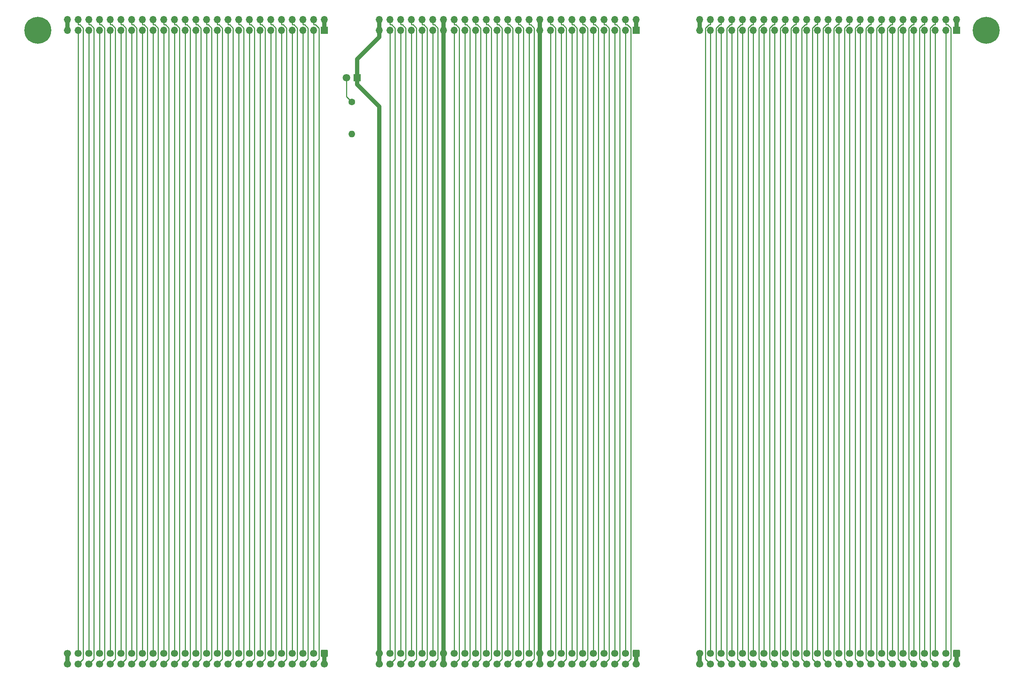
<source format=gbr>
%TF.GenerationSoftware,KiCad,Pcbnew,(6.0.11)*%
%TF.CreationDate,2023-12-23T11:48:24-05:00*%
%TF.ProjectId,input-output.BusExtender,696e7075-742d-46f7-9574-7075742e4275,rev?*%
%TF.SameCoordinates,Original*%
%TF.FileFunction,Copper,L2,Bot*%
%TF.FilePolarity,Positive*%
%FSLAX46Y46*%
G04 Gerber Fmt 4.6, Leading zero omitted, Abs format (unit mm)*
G04 Created by KiCad (PCBNEW (6.0.11)) date 2023-12-23 11:48:24*
%MOMM*%
%LPD*%
G01*
G04 APERTURE LIST*
G04 Aperture macros list*
%AMRoundRect*
0 Rectangle with rounded corners*
0 $1 Rounding radius*
0 $2 $3 $4 $5 $6 $7 $8 $9 X,Y pos of 4 corners*
0 Add a 4 corners polygon primitive as box body*
4,1,4,$2,$3,$4,$5,$6,$7,$8,$9,$2,$3,0*
0 Add four circle primitives for the rounded corners*
1,1,$1+$1,$2,$3*
1,1,$1+$1,$4,$5*
1,1,$1+$1,$6,$7*
1,1,$1+$1,$8,$9*
0 Add four rect primitives between the rounded corners*
20,1,$1+$1,$2,$3,$4,$5,0*
20,1,$1+$1,$4,$5,$6,$7,0*
20,1,$1+$1,$6,$7,$8,$9,0*
20,1,$1+$1,$8,$9,$2,$3,0*%
G04 Aperture macros list end*
%TA.AperFunction,ComponentPad*%
%ADD10C,6.400000*%
%TD*%
%TA.AperFunction,ComponentPad*%
%ADD11RoundRect,0.250000X-0.600000X0.600000X-0.600000X-0.600000X0.600000X-0.600000X0.600000X0.600000X0*%
%TD*%
%TA.AperFunction,ComponentPad*%
%ADD12C,1.700000*%
%TD*%
%TA.AperFunction,ComponentPad*%
%ADD13C,1.800000*%
%TD*%
%TA.AperFunction,ComponentPad*%
%ADD14R,1.800000X1.800000*%
%TD*%
%TA.AperFunction,ComponentPad*%
%ADD15O,1.700000X1.700000*%
%TD*%
%TA.AperFunction,ComponentPad*%
%ADD16R,1.700000X1.700000*%
%TD*%
%TA.AperFunction,ComponentPad*%
%ADD17C,1.600000*%
%TD*%
%TA.AperFunction,ComponentPad*%
%ADD18O,1.600000X1.600000*%
%TD*%
%TA.AperFunction,Conductor*%
%ADD19C,0.250000*%
%TD*%
%TA.AperFunction,Conductor*%
%ADD20C,1.000000*%
%TD*%
G04 APERTURE END LIST*
D10*
%TO.P,H2,1,1*%
%TO.N,GND*%
X265000000Y-75000000D03*
%TD*%
%TO.P,H1,1,1*%
%TO.N,GND*%
X40000000Y-75000000D03*
%TD*%
D11*
%TO.P,P2,1,Pin_1*%
%TO.N,VCC*%
X182000000Y-223000000D03*
D12*
%TO.P,P2,2,Pin_2*%
X182000000Y-225540000D03*
%TO.P,P2,3,Pin_3*%
%TO.N,A15*%
X179460000Y-223000000D03*
%TO.P,P2,4,Pin_4*%
%TO.N,/bus/A31*%
X179460000Y-225540000D03*
%TO.P,P2,5,Pin_5*%
%TO.N,A14*%
X176920000Y-223000000D03*
%TO.P,P2,6,Pin_6*%
%TO.N,/bus/A30*%
X176920000Y-225540000D03*
%TO.P,P2,7,Pin_7*%
%TO.N,A13*%
X174380000Y-223000000D03*
%TO.P,P2,8,Pin_8*%
%TO.N,/bus/A29*%
X174380000Y-225540000D03*
%TO.P,P2,9,Pin_9*%
%TO.N,A12*%
X171840000Y-223000000D03*
%TO.P,P2,10,Pin_10*%
%TO.N,/bus/A28*%
X171840000Y-225540000D03*
%TO.P,P2,11,Pin_11*%
%TO.N,A11*%
X169300000Y-223000000D03*
%TO.P,P2,12,Pin_12*%
%TO.N,/bus/A27*%
X169300000Y-225540000D03*
%TO.P,P2,13,Pin_13*%
%TO.N,A10*%
X166760000Y-223000000D03*
%TO.P,P2,14,Pin_14*%
%TO.N,/bus/A26*%
X166760000Y-225540000D03*
%TO.P,P2,15,Pin_15*%
%TO.N,A9*%
X164220000Y-223000000D03*
%TO.P,P2,16,Pin_16*%
%TO.N,/bus/A25*%
X164220000Y-225540000D03*
%TO.P,P2,17,Pin_17*%
%TO.N,A8*%
X161680000Y-223000000D03*
%TO.P,P2,18,Pin_18*%
%TO.N,/bus/A24*%
X161680000Y-225540000D03*
%TO.P,P2,19,Pin_19*%
%TO.N,+12V*%
X159140000Y-223000000D03*
%TO.P,P2,20,Pin_20*%
X159140000Y-225540000D03*
%TO.P,P2,21,Pin_21*%
%TO.N,A7*%
X156600000Y-223000000D03*
%TO.P,P2,22,Pin_22*%
%TO.N,/bus/A23*%
X156600000Y-225540000D03*
%TO.P,P2,23,Pin_23*%
%TO.N,A6*%
X154060000Y-223000000D03*
%TO.P,P2,24,Pin_24*%
%TO.N,/bus/A22*%
X154060000Y-225540000D03*
%TO.P,P2,25,Pin_25*%
%TO.N,A5*%
X151520000Y-223000000D03*
%TO.P,P2,26,Pin_26*%
%TO.N,/bus/A21*%
X151520000Y-225540000D03*
%TO.P,P2,27,Pin_27*%
%TO.N,A4*%
X148980000Y-223000000D03*
%TO.P,P2,28,Pin_28*%
%TO.N,/bus/A20*%
X148980000Y-225540000D03*
%TO.P,P2,29,Pin_29*%
%TO.N,A3*%
X146440000Y-223000000D03*
%TO.P,P2,30,Pin_30*%
%TO.N,/bus/A19*%
X146440000Y-225540000D03*
%TO.P,P2,31,Pin_31*%
%TO.N,A2*%
X143900000Y-223000000D03*
%TO.P,P2,32,Pin_32*%
%TO.N,/bus/A18*%
X143900000Y-225540000D03*
%TO.P,P2,33,Pin_33*%
%TO.N,A1*%
X141360000Y-223000000D03*
%TO.P,P2,34,Pin_34*%
%TO.N,/bus/A17*%
X141360000Y-225540000D03*
%TO.P,P2,35,Pin_35*%
%TO.N,A0*%
X138820000Y-223000000D03*
%TO.P,P2,36,Pin_36*%
%TO.N,/bus/A16*%
X138820000Y-225540000D03*
%TO.P,P2,37,Pin_37*%
%TO.N,-12V*%
X136280000Y-223000000D03*
%TO.P,P2,38,Pin_38*%
X136280000Y-225540000D03*
%TO.P,P2,39,Pin_39*%
%TO.N,/bus/IC3*%
X133740000Y-223000000D03*
%TO.P,P2,40,Pin_40*%
%TO.N,/bus/~{TEND1}*%
X133740000Y-225540000D03*
%TO.P,P2,41,Pin_41*%
%TO.N,/bus/IC2*%
X131200000Y-223000000D03*
%TO.P,P2,42,Pin_42*%
%TO.N,/bus/~{DREQ1}*%
X131200000Y-225540000D03*
%TO.P,P2,43,Pin_43*%
%TO.N,/bus/IC1*%
X128660000Y-223000000D03*
%TO.P,P2,44,Pin_44*%
%TO.N,/bus/~{TEND0}*%
X128660000Y-225540000D03*
%TO.P,P2,45,Pin_45*%
%TO.N,/bus/IC0*%
X126120000Y-223000000D03*
%TO.P,P2,46,Pin_46*%
%TO.N,/bus/~{DREQ0}*%
X126120000Y-225540000D03*
%TO.P,P2,47,Pin_47*%
%TO.N,/bus/AUXCLK1*%
X123580000Y-223000000D03*
%TO.P,P2,48,Pin_48*%
%TO.N,/bus/AUXCLK0*%
X123580000Y-225540000D03*
%TO.P,P2,49,Pin_49*%
%TO.N,GND*%
X121040000Y-223000000D03*
%TO.P,P2,50,Pin_50*%
X121040000Y-225540000D03*
%TD*%
D11*
%TO.P,P3,1,Pin_1*%
%TO.N,VCC*%
X258000000Y-223000000D03*
D12*
%TO.P,P3,2,Pin_2*%
X258000000Y-225540000D03*
%TO.P,P3,3,Pin_3*%
%TO.N,/bus/D15*%
X255460000Y-223000000D03*
%TO.P,P3,4,Pin_4*%
%TO.N,/bus/D31*%
X255460000Y-225540000D03*
%TO.P,P3,5,Pin_5*%
%TO.N,/bus/D14*%
X252920000Y-223000000D03*
%TO.P,P3,6,Pin_6*%
%TO.N,/bus/D30*%
X252920000Y-225540000D03*
%TO.P,P3,7,Pin_7*%
%TO.N,/bus/D13*%
X250380000Y-223000000D03*
%TO.P,P3,8,Pin_8*%
%TO.N,/bus/D29*%
X250380000Y-225540000D03*
%TO.P,P3,9,Pin_9*%
%TO.N,/bus/D12*%
X247840000Y-223000000D03*
%TO.P,P3,10,Pin_10*%
%TO.N,/bus/D28*%
X247840000Y-225540000D03*
%TO.P,P3,11,Pin_11*%
%TO.N,/bus/D11*%
X245300000Y-223000000D03*
%TO.P,P3,12,Pin_12*%
%TO.N,/bus/D27*%
X245300000Y-225540000D03*
%TO.P,P3,13,Pin_13*%
%TO.N,/bus/D10*%
X242760000Y-223000000D03*
%TO.P,P3,14,Pin_14*%
%TO.N,/bus/D26*%
X242760000Y-225540000D03*
%TO.P,P3,15,Pin_15*%
%TO.N,/bus/D9*%
X240220000Y-223000000D03*
%TO.P,P3,16,Pin_16*%
%TO.N,/bus/D25*%
X240220000Y-225540000D03*
%TO.P,P3,17,Pin_17*%
%TO.N,/bus/D8*%
X237680000Y-223000000D03*
%TO.P,P3,18,Pin_18*%
%TO.N,/bus/D24*%
X237680000Y-225540000D03*
%TO.P,P3,19,Pin_19*%
%TO.N,D7*%
X235140000Y-223000000D03*
%TO.P,P3,20,Pin_20*%
%TO.N,/bus/D23*%
X235140000Y-225540000D03*
%TO.P,P3,21,Pin_21*%
%TO.N,D6*%
X232600000Y-223000000D03*
%TO.P,P3,22,Pin_22*%
%TO.N,/bus/D22*%
X232600000Y-225540000D03*
%TO.P,P3,23,Pin_23*%
%TO.N,D5*%
X230060000Y-223000000D03*
%TO.P,P3,24,Pin_24*%
%TO.N,/bus/D21*%
X230060000Y-225540000D03*
%TO.P,P3,25,Pin_25*%
%TO.N,D4*%
X227520000Y-223000000D03*
%TO.P,P3,26,Pin_26*%
%TO.N,/bus/D20*%
X227520000Y-225540000D03*
%TO.P,P3,27,Pin_27*%
%TO.N,D3*%
X224980000Y-223000000D03*
%TO.P,P3,28,Pin_28*%
%TO.N,/bus/D19*%
X224980000Y-225540000D03*
%TO.P,P3,29,Pin_29*%
%TO.N,D2*%
X222440000Y-223000000D03*
%TO.P,P3,30,Pin_30*%
%TO.N,/bus/D18*%
X222440000Y-225540000D03*
%TO.P,P3,31,Pin_31*%
%TO.N,D1*%
X219900000Y-223000000D03*
%TO.P,P3,32,Pin_32*%
%TO.N,/bus/D17*%
X219900000Y-225540000D03*
%TO.P,P3,33,Pin_33*%
%TO.N,D0*%
X217360000Y-223000000D03*
%TO.P,P3,34,Pin_34*%
%TO.N,/bus/D16*%
X217360000Y-225540000D03*
%TO.P,P3,35,Pin_35*%
%TO.N,/bus/~{BUSERR}*%
X214820000Y-223000000D03*
%TO.P,P3,36,Pin_36*%
%TO.N,/bus/UDS*%
X214820000Y-225540000D03*
%TO.P,P3,37,Pin_37*%
%TO.N,/bus/~{VPA}*%
X212280000Y-223000000D03*
%TO.P,P3,38,Pin_38*%
%TO.N,/bus/LDS*%
X212280000Y-225540000D03*
%TO.P,P3,39,Pin_39*%
%TO.N,/bus/~{VMA}*%
X209740000Y-223000000D03*
%TO.P,P3,40,Pin_40*%
%TO.N,/bus/S2*%
X209740000Y-225540000D03*
%TO.P,P3,41,Pin_41*%
%TO.N,/bus/~{BHE}*%
X207200000Y-223000000D03*
%TO.P,P3,42,Pin_42*%
%TO.N,/bus/S1*%
X207200000Y-225540000D03*
%TO.P,P3,43,Pin_43*%
%TO.N,/bus/IPL2*%
X204660000Y-223000000D03*
%TO.P,P3,44,Pin_44*%
%TO.N,/bus/S0*%
X204660000Y-225540000D03*
%TO.P,P3,45,Pin_45*%
%TO.N,/bus/IPL1*%
X202120000Y-223000000D03*
%TO.P,P3,46,Pin_46*%
%TO.N,/bus/AUXCLK3*%
X202120000Y-225540000D03*
%TO.P,P3,47,Pin_47*%
%TO.N,/bus/IPL0*%
X199580000Y-223000000D03*
%TO.P,P3,48,Pin_48*%
%TO.N,/bus/AUXCLK2*%
X199580000Y-225540000D03*
%TO.P,P3,49,Pin_49*%
%TO.N,GND*%
X197040000Y-223000000D03*
%TO.P,P3,50,Pin_50*%
X197040000Y-225540000D03*
%TD*%
D11*
%TO.P,P1,1,Pin_1*%
%TO.N,VCC*%
X108000000Y-223000000D03*
D12*
%TO.P,P1,2,Pin_2*%
X108000000Y-225540000D03*
%TO.P,P1,3,Pin_3*%
%TO.N,~{RD}*%
X105460000Y-223000000D03*
%TO.P,P1,4,Pin_4*%
%TO.N,/bus/E*%
X105460000Y-225540000D03*
%TO.P,P1,5,Pin_5*%
%TO.N,~{WR}*%
X102920000Y-223000000D03*
%TO.P,P1,6,Pin_6*%
%TO.N,/bus/ST*%
X102920000Y-225540000D03*
%TO.P,P1,7,Pin_7*%
%TO.N,~{IORQ}*%
X100380000Y-223000000D03*
%TO.P,P1,8,Pin_8*%
%TO.N,/bus/PHI*%
X100380000Y-225540000D03*
%TO.P,P1,9,Pin_9*%
%TO.N,~{MREQ}*%
X97840000Y-223000000D03*
%TO.P,P1,10,Pin_10*%
%TO.N,/bus/~{INT2}*%
X97840000Y-225540000D03*
%TO.P,P1,11,Pin_11*%
%TO.N,~{M1}*%
X95300000Y-223000000D03*
%TO.P,P1,12,Pin_12*%
%TO.N,/bus/~{INT1}*%
X95300000Y-225540000D03*
%TO.P,P1,13,Pin_13*%
%TO.N,~{BUSACK}*%
X92760000Y-223000000D03*
%TO.P,P1,14,Pin_14*%
%TO.N,/bus/CRUCLK*%
X92760000Y-225540000D03*
%TO.P,P1,15,Pin_15*%
%TO.N,/bus/CLK*%
X90220000Y-223000000D03*
%TO.P,P1,16,Pin_16*%
%TO.N,/bus/CRUOUT*%
X90220000Y-225540000D03*
%TO.P,P1,17,Pin_17*%
%TO.N,~{INT0}*%
X87680000Y-223000000D03*
%TO.P,P1,18,Pin_18*%
%TO.N,/bus/CRUIN*%
X87680000Y-225540000D03*
%TO.P,P1,19,Pin_19*%
%TO.N,~{NMI}*%
X85140000Y-223000000D03*
%TO.P,P1,20,Pin_20*%
%TO.N,~{RES_IN}*%
X85140000Y-225540000D03*
%TO.P,P1,21,Pin_21*%
%TO.N,~{RES_OUT}*%
X82600000Y-223000000D03*
%TO.P,P1,22,Pin_22*%
%TO.N,/bus/USER8*%
X82600000Y-225540000D03*
%TO.P,P1,23,Pin_23*%
%TO.N,~{BUSRQ}*%
X80060000Y-223000000D03*
%TO.P,P1,24,Pin_24*%
%TO.N,/bus/USER7*%
X80060000Y-225540000D03*
%TO.P,P1,25,Pin_25*%
%TO.N,/bus/~{WAIT}*%
X77520000Y-223000000D03*
%TO.P,P1,26,Pin_26*%
%TO.N,/bus/USER6*%
X77520000Y-225540000D03*
%TO.P,P1,27,Pin_27*%
%TO.N,~{HALT}*%
X74980000Y-223000000D03*
%TO.P,P1,28,Pin_28*%
%TO.N,/bus/USER5*%
X74980000Y-225540000D03*
%TO.P,P1,29,Pin_29*%
%TO.N,~{RFSH}*%
X72440000Y-223000000D03*
%TO.P,P1,30,Pin_30*%
%TO.N,/bus/USER4*%
X72440000Y-225540000D03*
%TO.P,P1,31,Pin_31*%
%TO.N,/bus/~{EIRQ7}*%
X69900000Y-223000000D03*
%TO.P,P1,32,Pin_32*%
%TO.N,/bus/USER3*%
X69900000Y-225540000D03*
%TO.P,P1,33,Pin_33*%
%TO.N,/bus/~{EIRQ6}*%
X67360000Y-223000000D03*
%TO.P,P1,34,Pin_34*%
%TO.N,/bus/USER2*%
X67360000Y-225540000D03*
%TO.P,P1,35,Pin_35*%
%TO.N,/bus/~{EIRQ5}*%
X64820000Y-223000000D03*
%TO.P,P1,36,Pin_36*%
%TO.N,/bus/USER1*%
X64820000Y-225540000D03*
%TO.P,P1,37,Pin_37*%
%TO.N,/bus/~{EIRQ4}*%
X62280000Y-223000000D03*
%TO.P,P1,38,Pin_38*%
%TO.N,/bus/USER0*%
X62280000Y-225540000D03*
%TO.P,P1,39,Pin_39*%
%TO.N,/bus/~{EIRQ3}*%
X59740000Y-223000000D03*
%TO.P,P1,40,Pin_40*%
%TO.N,~{BAI}*%
X59740000Y-225540000D03*
%TO.P,P1,41,Pin_41*%
%TO.N,/bus/~{EIRQ2}*%
X57200000Y-223000000D03*
%TO.P,P1,42,Pin_42*%
%TO.N,~{BAO}*%
X57200000Y-225540000D03*
%TO.P,P1,43,Pin_43*%
%TO.N,/bus/~{EIRQ1}*%
X54660000Y-223000000D03*
%TO.P,P1,44,Pin_44*%
%TO.N,~{IEI}*%
X54660000Y-225540000D03*
%TO.P,P1,45,Pin_45*%
%TO.N,/bus/~{EIRQ0}*%
X52120000Y-223000000D03*
%TO.P,P1,46,Pin_46*%
%TO.N,~{IEO}*%
X52120000Y-225540000D03*
%TO.P,P1,47,Pin_47*%
%TO.N,I2C_SCL*%
X49580000Y-223000000D03*
%TO.P,P1,48,Pin_48*%
%TO.N,I2C_SDA*%
X49580000Y-225540000D03*
%TO.P,P1,49,Pin_49*%
%TO.N,GND*%
X47040000Y-223000000D03*
%TO.P,P1,50,Pin_50*%
X47040000Y-225540000D03*
%TD*%
D13*
%TO.P,D1,2,A*%
%TO.N,Net-(D1-Pad2)*%
X113210000Y-86250000D03*
D14*
%TO.P,D1,1,K*%
%TO.N,GND*%
X115750000Y-86250000D03*
%TD*%
D15*
%TO.P,P5,50,Pin_50*%
%TO.N,GND*%
X121040000Y-72460000D03*
%TO.P,P5,49,Pin_49*%
X121040000Y-75000000D03*
%TO.P,P5,48,Pin_48*%
%TO.N,/bus/AUXCLK0*%
X123580000Y-72460000D03*
%TO.P,P5,47,Pin_47*%
%TO.N,/bus/AUXCLK1*%
X123580000Y-75000000D03*
%TO.P,P5,46,Pin_46*%
%TO.N,/bus/~{DREQ0}*%
X126120000Y-72460000D03*
%TO.P,P5,45,Pin_45*%
%TO.N,/bus/IC0*%
X126120000Y-75000000D03*
%TO.P,P5,44,Pin_44*%
%TO.N,/bus/~{TEND0}*%
X128660000Y-72460000D03*
%TO.P,P5,43,Pin_43*%
%TO.N,/bus/IC1*%
X128660000Y-75000000D03*
%TO.P,P5,42,Pin_42*%
%TO.N,/bus/~{DREQ1}*%
X131200000Y-72460000D03*
%TO.P,P5,41,Pin_41*%
%TO.N,/bus/IC2*%
X131200000Y-75000000D03*
%TO.P,P5,40,Pin_40*%
%TO.N,/bus/~{TEND1}*%
X133740000Y-72460000D03*
%TO.P,P5,39,Pin_39*%
%TO.N,/bus/IC3*%
X133740000Y-75000000D03*
%TO.P,P5,38,Pin_38*%
%TO.N,-12V*%
X136280000Y-72460000D03*
%TO.P,P5,37,Pin_37*%
X136280000Y-75000000D03*
%TO.P,P5,36,Pin_36*%
%TO.N,/bus/A16*%
X138820000Y-72460000D03*
%TO.P,P5,35,Pin_35*%
%TO.N,A0*%
X138820000Y-75000000D03*
%TO.P,P5,34,Pin_34*%
%TO.N,/bus/A17*%
X141360000Y-72460000D03*
%TO.P,P5,33,Pin_33*%
%TO.N,A1*%
X141360000Y-75000000D03*
%TO.P,P5,32,Pin_32*%
%TO.N,/bus/A18*%
X143900000Y-72460000D03*
%TO.P,P5,31,Pin_31*%
%TO.N,A2*%
X143900000Y-75000000D03*
%TO.P,P5,30,Pin_30*%
%TO.N,/bus/A19*%
X146440000Y-72460000D03*
%TO.P,P5,29,Pin_29*%
%TO.N,A3*%
X146440000Y-75000000D03*
%TO.P,P5,28,Pin_28*%
%TO.N,/bus/A20*%
X148980000Y-72460000D03*
%TO.P,P5,27,Pin_27*%
%TO.N,A4*%
X148980000Y-75000000D03*
%TO.P,P5,26,Pin_26*%
%TO.N,/bus/A21*%
X151520000Y-72460000D03*
%TO.P,P5,25,Pin_25*%
%TO.N,A5*%
X151520000Y-75000000D03*
%TO.P,P5,24,Pin_24*%
%TO.N,/bus/A22*%
X154060000Y-72460000D03*
%TO.P,P5,23,Pin_23*%
%TO.N,A6*%
X154060000Y-75000000D03*
%TO.P,P5,22,Pin_22*%
%TO.N,/bus/A23*%
X156600000Y-72460000D03*
%TO.P,P5,21,Pin_21*%
%TO.N,A7*%
X156600000Y-75000000D03*
%TO.P,P5,20,Pin_20*%
%TO.N,+12V*%
X159140000Y-72460000D03*
%TO.P,P5,19,Pin_19*%
X159140000Y-75000000D03*
%TO.P,P5,18,Pin_18*%
%TO.N,/bus/A24*%
X161680000Y-72460000D03*
%TO.P,P5,17,Pin_17*%
%TO.N,A8*%
X161680000Y-75000000D03*
%TO.P,P5,16,Pin_16*%
%TO.N,/bus/A25*%
X164220000Y-72460000D03*
%TO.P,P5,15,Pin_15*%
%TO.N,A9*%
X164220000Y-75000000D03*
%TO.P,P5,14,Pin_14*%
%TO.N,/bus/A26*%
X166760000Y-72460000D03*
%TO.P,P5,13,Pin_13*%
%TO.N,A10*%
X166760000Y-75000000D03*
%TO.P,P5,12,Pin_12*%
%TO.N,/bus/A27*%
X169300000Y-72460000D03*
%TO.P,P5,11,Pin_11*%
%TO.N,A11*%
X169300000Y-75000000D03*
%TO.P,P5,10,Pin_10*%
%TO.N,/bus/A28*%
X171840000Y-72460000D03*
%TO.P,P5,9,Pin_9*%
%TO.N,A12*%
X171840000Y-75000000D03*
%TO.P,P5,8,Pin_8*%
%TO.N,/bus/A29*%
X174380000Y-72460000D03*
%TO.P,P5,7,Pin_7*%
%TO.N,A13*%
X174380000Y-75000000D03*
%TO.P,P5,6,Pin_6*%
%TO.N,/bus/A30*%
X176920000Y-72460000D03*
%TO.P,P5,5,Pin_5*%
%TO.N,A14*%
X176920000Y-75000000D03*
%TO.P,P5,4,Pin_4*%
%TO.N,/bus/A31*%
X179460000Y-72460000D03*
%TO.P,P5,3,Pin_3*%
%TO.N,A15*%
X179460000Y-75000000D03*
%TO.P,P5,2,Pin_2*%
%TO.N,VCC*%
X182000000Y-72460000D03*
D16*
%TO.P,P5,1,Pin_1*%
X182000000Y-75000000D03*
%TD*%
D17*
%TO.P,R1,1*%
%TO.N,Net-(D1-Pad2)*%
X114500000Y-92000000D03*
D18*
%TO.P,R1,2*%
%TO.N,VCC*%
X114500000Y-99620000D03*
%TD*%
D15*
%TO.P,P4,50,Pin_50*%
%TO.N,GND*%
X47040000Y-72460000D03*
%TO.P,P4,49,Pin_49*%
X47040000Y-75000000D03*
%TO.P,P4,48,Pin_48*%
%TO.N,I2C_SDA*%
X49580000Y-72460000D03*
%TO.P,P4,47,Pin_47*%
%TO.N,I2C_SCL*%
X49580000Y-75000000D03*
%TO.P,P4,46,Pin_46*%
%TO.N,~{IEO}*%
X52120000Y-72460000D03*
%TO.P,P4,45,Pin_45*%
%TO.N,/bus/~{EIRQ0}*%
X52120000Y-75000000D03*
%TO.P,P4,44,Pin_44*%
%TO.N,~{IEI}*%
X54660000Y-72460000D03*
%TO.P,P4,43,Pin_43*%
%TO.N,/bus/~{EIRQ1}*%
X54660000Y-75000000D03*
%TO.P,P4,42,Pin_42*%
%TO.N,~{BAO}*%
X57200000Y-72460000D03*
%TO.P,P4,41,Pin_41*%
%TO.N,/bus/~{EIRQ2}*%
X57200000Y-75000000D03*
%TO.P,P4,40,Pin_40*%
%TO.N,~{BAI}*%
X59740000Y-72460000D03*
%TO.P,P4,39,Pin_39*%
%TO.N,/bus/~{EIRQ3}*%
X59740000Y-75000000D03*
%TO.P,P4,38,Pin_38*%
%TO.N,/bus/USER0*%
X62280000Y-72460000D03*
%TO.P,P4,37,Pin_37*%
%TO.N,/bus/~{EIRQ4}*%
X62280000Y-75000000D03*
%TO.P,P4,36,Pin_36*%
%TO.N,/bus/USER1*%
X64820000Y-72460000D03*
%TO.P,P4,35,Pin_35*%
%TO.N,/bus/~{EIRQ5}*%
X64820000Y-75000000D03*
%TO.P,P4,34,Pin_34*%
%TO.N,/bus/USER2*%
X67360000Y-72460000D03*
%TO.P,P4,33,Pin_33*%
%TO.N,/bus/~{EIRQ6}*%
X67360000Y-75000000D03*
%TO.P,P4,32,Pin_32*%
%TO.N,/bus/USER3*%
X69900000Y-72460000D03*
%TO.P,P4,31,Pin_31*%
%TO.N,/bus/~{EIRQ7}*%
X69900000Y-75000000D03*
%TO.P,P4,30,Pin_30*%
%TO.N,/bus/USER4*%
X72440000Y-72460000D03*
%TO.P,P4,29,Pin_29*%
%TO.N,~{RFSH}*%
X72440000Y-75000000D03*
%TO.P,P4,28,Pin_28*%
%TO.N,/bus/USER5*%
X74980000Y-72460000D03*
%TO.P,P4,27,Pin_27*%
%TO.N,~{HALT}*%
X74980000Y-75000000D03*
%TO.P,P4,26,Pin_26*%
%TO.N,/bus/USER6*%
X77520000Y-72460000D03*
%TO.P,P4,25,Pin_25*%
%TO.N,/bus/~{WAIT}*%
X77520000Y-75000000D03*
%TO.P,P4,24,Pin_24*%
%TO.N,/bus/USER7*%
X80060000Y-72460000D03*
%TO.P,P4,23,Pin_23*%
%TO.N,~{BUSRQ}*%
X80060000Y-75000000D03*
%TO.P,P4,22,Pin_22*%
%TO.N,/bus/USER8*%
X82600000Y-72460000D03*
%TO.P,P4,21,Pin_21*%
%TO.N,~{RES_OUT}*%
X82600000Y-75000000D03*
%TO.P,P4,20,Pin_20*%
%TO.N,~{RES_IN}*%
X85140000Y-72460000D03*
%TO.P,P4,19,Pin_19*%
%TO.N,~{NMI}*%
X85140000Y-75000000D03*
%TO.P,P4,18,Pin_18*%
%TO.N,/bus/CRUIN*%
X87680000Y-72460000D03*
%TO.P,P4,17,Pin_17*%
%TO.N,~{INT0}*%
X87680000Y-75000000D03*
%TO.P,P4,16,Pin_16*%
%TO.N,/bus/CRUOUT*%
X90220000Y-72460000D03*
%TO.P,P4,15,Pin_15*%
%TO.N,/bus/CLK*%
X90220000Y-75000000D03*
%TO.P,P4,14,Pin_14*%
%TO.N,/bus/CRUCLK*%
X92760000Y-72460000D03*
%TO.P,P4,13,Pin_13*%
%TO.N,~{BUSACK}*%
X92760000Y-75000000D03*
%TO.P,P4,12,Pin_12*%
%TO.N,/bus/~{INT1}*%
X95300000Y-72460000D03*
%TO.P,P4,11,Pin_11*%
%TO.N,~{M1}*%
X95300000Y-75000000D03*
%TO.P,P4,10,Pin_10*%
%TO.N,/bus/~{INT2}*%
X97840000Y-72460000D03*
%TO.P,P4,9,Pin_9*%
%TO.N,~{MREQ}*%
X97840000Y-75000000D03*
%TO.P,P4,8,Pin_8*%
%TO.N,/bus/PHI*%
X100380000Y-72460000D03*
%TO.P,P4,7,Pin_7*%
%TO.N,~{IORQ}*%
X100380000Y-75000000D03*
%TO.P,P4,6,Pin_6*%
%TO.N,/bus/ST*%
X102920000Y-72460000D03*
%TO.P,P4,5,Pin_5*%
%TO.N,~{WR}*%
X102920000Y-75000000D03*
%TO.P,P4,4,Pin_4*%
%TO.N,/bus/E*%
X105460000Y-72460000D03*
%TO.P,P4,3,Pin_3*%
%TO.N,~{RD}*%
X105460000Y-75000000D03*
%TO.P,P4,2,Pin_2*%
%TO.N,VCC*%
X108000000Y-72460000D03*
D16*
%TO.P,P4,1,Pin_1*%
X108000000Y-75000000D03*
%TD*%
D15*
%TO.P,P6,50,Pin_50*%
%TO.N,GND*%
X197060000Y-72460000D03*
%TO.P,P6,49,Pin_49*%
X197060000Y-75000000D03*
%TO.P,P6,48,Pin_48*%
%TO.N,/bus/AUXCLK2*%
X199600000Y-72460000D03*
%TO.P,P6,47,Pin_47*%
%TO.N,/bus/IPL0*%
X199600000Y-75000000D03*
%TO.P,P6,46,Pin_46*%
%TO.N,/bus/AUXCLK3*%
X202140000Y-72460000D03*
%TO.P,P6,45,Pin_45*%
%TO.N,/bus/IPL1*%
X202140000Y-75000000D03*
%TO.P,P6,44,Pin_44*%
%TO.N,/bus/S0*%
X204680000Y-72460000D03*
%TO.P,P6,43,Pin_43*%
%TO.N,/bus/IPL2*%
X204680000Y-75000000D03*
%TO.P,P6,42,Pin_42*%
%TO.N,/bus/S1*%
X207220000Y-72460000D03*
%TO.P,P6,41,Pin_41*%
%TO.N,/bus/~{BHE}*%
X207220000Y-75000000D03*
%TO.P,P6,40,Pin_40*%
%TO.N,/bus/S2*%
X209760000Y-72460000D03*
%TO.P,P6,39,Pin_39*%
%TO.N,/bus/~{VMA}*%
X209760000Y-75000000D03*
%TO.P,P6,38,Pin_38*%
%TO.N,/bus/LDS*%
X212300000Y-72460000D03*
%TO.P,P6,37,Pin_37*%
%TO.N,/bus/~{VPA}*%
X212300000Y-75000000D03*
%TO.P,P6,36,Pin_36*%
%TO.N,/bus/UDS*%
X214840000Y-72460000D03*
%TO.P,P6,35,Pin_35*%
%TO.N,/bus/~{BUSERR}*%
X214840000Y-75000000D03*
%TO.P,P6,34,Pin_34*%
%TO.N,/bus/D16*%
X217380000Y-72460000D03*
%TO.P,P6,33,Pin_33*%
%TO.N,D0*%
X217380000Y-75000000D03*
%TO.P,P6,32,Pin_32*%
%TO.N,/bus/D17*%
X219920000Y-72460000D03*
%TO.P,P6,31,Pin_31*%
%TO.N,D1*%
X219920000Y-75000000D03*
%TO.P,P6,30,Pin_30*%
%TO.N,/bus/D18*%
X222460000Y-72460000D03*
%TO.P,P6,29,Pin_29*%
%TO.N,D2*%
X222460000Y-75000000D03*
%TO.P,P6,28,Pin_28*%
%TO.N,/bus/D19*%
X225000000Y-72460000D03*
%TO.P,P6,27,Pin_27*%
%TO.N,D3*%
X225000000Y-75000000D03*
%TO.P,P6,26,Pin_26*%
%TO.N,/bus/D20*%
X227540000Y-72460000D03*
%TO.P,P6,25,Pin_25*%
%TO.N,D4*%
X227540000Y-75000000D03*
%TO.P,P6,24,Pin_24*%
%TO.N,/bus/D21*%
X230080000Y-72460000D03*
%TO.P,P6,23,Pin_23*%
%TO.N,D5*%
X230080000Y-75000000D03*
%TO.P,P6,22,Pin_22*%
%TO.N,/bus/D22*%
X232620000Y-72460000D03*
%TO.P,P6,21,Pin_21*%
%TO.N,D6*%
X232620000Y-75000000D03*
%TO.P,P6,20,Pin_20*%
%TO.N,/bus/D23*%
X235160000Y-72460000D03*
%TO.P,P6,19,Pin_19*%
%TO.N,D7*%
X235160000Y-75000000D03*
%TO.P,P6,18,Pin_18*%
%TO.N,/bus/D24*%
X237700000Y-72460000D03*
%TO.P,P6,17,Pin_17*%
%TO.N,/bus/D8*%
X237700000Y-75000000D03*
%TO.P,P6,16,Pin_16*%
%TO.N,/bus/D25*%
X240240000Y-72460000D03*
%TO.P,P6,15,Pin_15*%
%TO.N,/bus/D9*%
X240240000Y-75000000D03*
%TO.P,P6,14,Pin_14*%
%TO.N,/bus/D26*%
X242780000Y-72460000D03*
%TO.P,P6,13,Pin_13*%
%TO.N,/bus/D10*%
X242780000Y-75000000D03*
%TO.P,P6,12,Pin_12*%
%TO.N,/bus/D27*%
X245320000Y-72460000D03*
%TO.P,P6,11,Pin_11*%
%TO.N,/bus/D11*%
X245320000Y-75000000D03*
%TO.P,P6,10,Pin_10*%
%TO.N,/bus/D28*%
X247860000Y-72460000D03*
%TO.P,P6,9,Pin_9*%
%TO.N,/bus/D12*%
X247860000Y-75000000D03*
%TO.P,P6,8,Pin_8*%
%TO.N,/bus/D29*%
X250400000Y-72460000D03*
%TO.P,P6,7,Pin_7*%
%TO.N,/bus/D13*%
X250400000Y-75000000D03*
%TO.P,P6,6,Pin_6*%
%TO.N,/bus/D30*%
X252940000Y-72460000D03*
%TO.P,P6,5,Pin_5*%
%TO.N,/bus/D14*%
X252940000Y-75000000D03*
%TO.P,P6,4,Pin_4*%
%TO.N,/bus/D31*%
X255480000Y-72460000D03*
%TO.P,P6,3,Pin_3*%
%TO.N,/bus/D15*%
X255480000Y-75000000D03*
%TO.P,P6,2,Pin_2*%
%TO.N,VCC*%
X258020000Y-72460000D03*
D16*
%TO.P,P6,1,Pin_1*%
X258020000Y-75000000D03*
%TD*%
D19*
%TO.N,A8*%
X161680000Y-75000000D02*
X161680000Y-223000000D01*
%TO.N,A9*%
X164220000Y-75000000D02*
X164220000Y-223000000D01*
%TO.N,A10*%
X166760000Y-75000000D02*
X166760000Y-223000000D01*
%TO.N,A11*%
X169300000Y-75000000D02*
X169300000Y-223000000D01*
%TO.N,A12*%
X171840000Y-75000000D02*
X171840000Y-223000000D01*
%TO.N,A13*%
X174380000Y-75000000D02*
X174380000Y-223000000D01*
%TO.N,A14*%
X176920000Y-75000000D02*
X176920000Y-223000000D01*
%TO.N,A15*%
X179460000Y-75000000D02*
X179460000Y-223000000D01*
%TO.N,~{RFSH}*%
X72440000Y-75000000D02*
X72440000Y-223000000D01*
%TO.N,~{HALT}*%
X74980000Y-75000000D02*
X74980000Y-223000000D01*
%TO.N,~{BUSRQ}*%
X80060000Y-75000000D02*
X80060000Y-223000000D01*
%TO.N,~{NMI}*%
X85140000Y-75000000D02*
X85140000Y-223000000D01*
%TO.N,~{INT0}*%
X87680000Y-75000000D02*
X87680000Y-223000000D01*
%TO.N,~{BUSACK}*%
X92760000Y-75000000D02*
X92760000Y-223000000D01*
%TO.N,~{MREQ}*%
X97840000Y-75000000D02*
X97840000Y-223000000D01*
%TO.N,~{IEO}*%
X53310600Y-224349400D02*
X52120000Y-225540000D01*
X53310600Y-74458600D02*
X53310600Y-224349400D01*
X52487300Y-73635300D02*
X53310600Y-74458600D01*
X52120000Y-73635300D02*
X52487300Y-73635300D01*
X52120000Y-72460000D02*
X52120000Y-73635300D01*
%TO.N,~{IEI}*%
X55850600Y-224349400D02*
X54660000Y-225540000D01*
X55850600Y-74458600D02*
X55850600Y-224349400D01*
X55027300Y-73635300D02*
X55850600Y-74458600D01*
X54660000Y-73635300D02*
X55027300Y-73635300D01*
X54660000Y-72460000D02*
X54660000Y-73635300D01*
%TO.N,~{BAO}*%
X58390600Y-224349400D02*
X57200000Y-225540000D01*
X58390600Y-74458600D02*
X58390600Y-224349400D01*
X57567300Y-73635300D02*
X58390600Y-74458600D01*
X57200000Y-73635300D02*
X57567300Y-73635300D01*
X57200000Y-72460000D02*
X57200000Y-73635300D01*
%TO.N,~{BAI}*%
X60930600Y-224349400D02*
X59740000Y-225540000D01*
X60930600Y-74458600D02*
X60930600Y-224349400D01*
X60107300Y-73635300D02*
X60930600Y-74458600D01*
X59740000Y-73635300D02*
X60107300Y-73635300D01*
X59740000Y-72460000D02*
X59740000Y-73635300D01*
%TO.N,/bus/USER0*%
X63470600Y-224349400D02*
X62280000Y-225540000D01*
X63470600Y-74458600D02*
X63470600Y-224349400D01*
X62647300Y-73635300D02*
X63470600Y-74458600D01*
X62280000Y-73635300D02*
X62647300Y-73635300D01*
X62280000Y-72460000D02*
X62280000Y-73635300D01*
%TO.N,/bus/USER1*%
X66010600Y-224349400D02*
X64820000Y-225540000D01*
X66010600Y-74458600D02*
X66010600Y-224349400D01*
X65187300Y-73635300D02*
X66010600Y-74458600D01*
X64820000Y-73635300D02*
X65187300Y-73635300D01*
X64820000Y-72460000D02*
X64820000Y-73635300D01*
%TO.N,/bus/USER2*%
X68550600Y-224349400D02*
X67360000Y-225540000D01*
X68550600Y-74458600D02*
X68550600Y-224349400D01*
X67727300Y-73635300D02*
X68550600Y-74458600D01*
X67360000Y-73635300D02*
X67727300Y-73635300D01*
X67360000Y-72460000D02*
X67360000Y-73635300D01*
%TO.N,/bus/USER3*%
X71090600Y-224349400D02*
X69900000Y-225540000D01*
X71090600Y-74458600D02*
X71090600Y-224349400D01*
X70267300Y-73635300D02*
X71090600Y-74458600D01*
X69900000Y-73635300D02*
X70267300Y-73635300D01*
X69900000Y-72460000D02*
X69900000Y-73635300D01*
%TO.N,/bus/USER4*%
X73630600Y-224349400D02*
X72440000Y-225540000D01*
X73630600Y-74458600D02*
X73630600Y-224349400D01*
X72807300Y-73635300D02*
X73630600Y-74458600D01*
X72440000Y-73635300D02*
X72807300Y-73635300D01*
X72440000Y-72460000D02*
X72440000Y-73635300D01*
%TO.N,/bus/USER5*%
X76170600Y-224349400D02*
X74980000Y-225540000D01*
X76170600Y-74458600D02*
X76170600Y-224349400D01*
X75347300Y-73635300D02*
X76170600Y-74458600D01*
X74980000Y-73635300D02*
X75347300Y-73635300D01*
X74980000Y-72460000D02*
X74980000Y-73635300D01*
%TO.N,/bus/USER6*%
X78710600Y-224349400D02*
X77520000Y-225540000D01*
X78710600Y-74458600D02*
X78710600Y-224349400D01*
X77887300Y-73635300D02*
X78710600Y-74458600D01*
X77520000Y-73635300D02*
X77887300Y-73635300D01*
X77520000Y-72460000D02*
X77520000Y-73635300D01*
%TO.N,/bus/~{WAIT}*%
X77520000Y-75000000D02*
X77520000Y-223000000D01*
%TO.N,/bus/USER7*%
X81250600Y-224349400D02*
X80060000Y-225540000D01*
X81250600Y-74458600D02*
X81250600Y-224349400D01*
X80427300Y-73635300D02*
X81250600Y-74458600D01*
X80060000Y-73635300D02*
X80427300Y-73635300D01*
X80060000Y-72460000D02*
X80060000Y-73635300D01*
%TO.N,/bus/USER8*%
X83790600Y-224349400D02*
X82600000Y-225540000D01*
X83790600Y-74458600D02*
X83790600Y-224349400D01*
X82967300Y-73635300D02*
X83790600Y-74458600D01*
X82600000Y-73635300D02*
X82967300Y-73635300D01*
X82600000Y-72460000D02*
X82600000Y-73635300D01*
%TO.N,~{RES_OUT}*%
X82600000Y-75000000D02*
X82600000Y-223000000D01*
%TO.N,~{RES_IN}*%
X86330600Y-224349400D02*
X85140000Y-225540000D01*
X86330600Y-74458600D02*
X86330600Y-224349400D01*
X85507300Y-73635300D02*
X86330600Y-74458600D01*
X85140000Y-73635300D02*
X85507300Y-73635300D01*
X85140000Y-72460000D02*
X85140000Y-73635300D01*
%TO.N,/bus/CRUIN*%
X88870600Y-224349400D02*
X87680000Y-225540000D01*
X88870600Y-74458600D02*
X88870600Y-224349400D01*
X88047300Y-73635300D02*
X88870600Y-74458600D01*
X87680000Y-73635300D02*
X88047300Y-73635300D01*
X87680000Y-72460000D02*
X87680000Y-73635300D01*
%TO.N,/bus/CRUOUT*%
X91410600Y-224349400D02*
X90220000Y-225540000D01*
X91410600Y-74458600D02*
X91410600Y-224349400D01*
X90587300Y-73635300D02*
X91410600Y-74458600D01*
X90220000Y-73635300D02*
X90587300Y-73635300D01*
X90220000Y-72460000D02*
X90220000Y-73635300D01*
%TO.N,/bus/CLK*%
X90220000Y-75000000D02*
X90220000Y-223000000D01*
%TO.N,/bus/CRUCLK*%
X93950600Y-224349400D02*
X92760000Y-225540000D01*
X93950600Y-74458600D02*
X93950600Y-224349400D01*
X93127300Y-73635300D02*
X93950600Y-74458600D01*
X92760000Y-73635300D02*
X93127300Y-73635300D01*
X92760000Y-72460000D02*
X92760000Y-73635300D01*
%TO.N,/bus/~{INT1}*%
X96490600Y-224349400D02*
X95300000Y-225540000D01*
X96490600Y-74458600D02*
X96490600Y-224349400D01*
X95667300Y-73635300D02*
X96490600Y-74458600D01*
X95300000Y-73635300D02*
X95667300Y-73635300D01*
X95300000Y-72460000D02*
X95300000Y-73635300D01*
%TO.N,/bus/~{INT2}*%
X99030600Y-224349400D02*
X97840000Y-225540000D01*
X99030600Y-74458600D02*
X99030600Y-224349400D01*
X98207300Y-73635300D02*
X99030600Y-74458600D01*
X97840000Y-73635300D02*
X98207300Y-73635300D01*
X97840000Y-72460000D02*
X97840000Y-73635300D01*
%TO.N,/bus/PHI*%
X101570600Y-224349400D02*
X100380000Y-225540000D01*
X101570600Y-74458600D02*
X101570600Y-224349400D01*
X100747300Y-73635300D02*
X101570600Y-74458600D01*
X100380000Y-73635300D02*
X100747300Y-73635300D01*
X100380000Y-72460000D02*
X100380000Y-73635300D01*
%TO.N,/bus/ST*%
X104110600Y-224349400D02*
X102920000Y-225540000D01*
X104110600Y-74458600D02*
X104110600Y-224349400D01*
X103287300Y-73635300D02*
X104110600Y-74458600D01*
X102920000Y-73635300D02*
X103287300Y-73635300D01*
X102920000Y-72460000D02*
X102920000Y-73635300D01*
%TO.N,/bus/E*%
X106676700Y-224323300D02*
X105460000Y-225540000D01*
X106676700Y-74484700D02*
X106676700Y-224323300D01*
X105827300Y-73635300D02*
X106676700Y-74484700D01*
X105460000Y-73635300D02*
X105827300Y-73635300D01*
X105460000Y-72460000D02*
X105460000Y-73635300D01*
%TO.N,/bus/AUXCLK0*%
X124770600Y-224349400D02*
X123580000Y-225540000D01*
X124770600Y-74458600D02*
X124770600Y-224349400D01*
X123947300Y-73635300D02*
X124770600Y-74458600D01*
X123580000Y-73635300D02*
X123947300Y-73635300D01*
X123580000Y-72460000D02*
X123580000Y-73635300D01*
%TO.N,/bus/AUXCLK1*%
X123580000Y-75000000D02*
X123580000Y-223000000D01*
%TO.N,/bus/IC0*%
X126120000Y-75000000D02*
X126120000Y-223000000D01*
%TO.N,/bus/IC1*%
X128660000Y-75000000D02*
X128660000Y-223000000D01*
%TO.N,/bus/IC2*%
X131200000Y-75000000D02*
X131200000Y-223000000D01*
%TO.N,/bus/IC3*%
X133740000Y-75000000D02*
X133740000Y-223000000D01*
%TO.N,/bus/A16*%
X140010600Y-224349400D02*
X138820000Y-225540000D01*
X140010600Y-74458600D02*
X140010600Y-224349400D01*
X139187300Y-73635300D02*
X140010600Y-74458600D01*
X138820000Y-73635300D02*
X139187300Y-73635300D01*
X138820000Y-72460000D02*
X138820000Y-73635300D01*
%TO.N,/bus/A17*%
X142550600Y-224349400D02*
X141360000Y-225540000D01*
X142550600Y-74458600D02*
X142550600Y-224349400D01*
X141727300Y-73635300D02*
X142550600Y-74458600D01*
X141360000Y-73635300D02*
X141727300Y-73635300D01*
X141360000Y-72460000D02*
X141360000Y-73635300D01*
%TO.N,/bus/A18*%
X145090600Y-224349400D02*
X143900000Y-225540000D01*
X145090600Y-74458600D02*
X145090600Y-224349400D01*
X144267300Y-73635300D02*
X145090600Y-74458600D01*
X143900000Y-73635300D02*
X144267300Y-73635300D01*
X143900000Y-72460000D02*
X143900000Y-73635300D01*
%TO.N,/bus/A19*%
X147630600Y-224349400D02*
X146440000Y-225540000D01*
X147630600Y-74458600D02*
X147630600Y-224349400D01*
X146807300Y-73635300D02*
X147630600Y-74458600D01*
X146440000Y-73635300D02*
X146807300Y-73635300D01*
X146440000Y-72460000D02*
X146440000Y-73635300D01*
%TO.N,/bus/A20*%
X150170600Y-224349400D02*
X148980000Y-225540000D01*
X150170600Y-74458600D02*
X150170600Y-224349400D01*
X149347300Y-73635300D02*
X150170600Y-74458600D01*
X148980000Y-73635300D02*
X149347300Y-73635300D01*
X148980000Y-72460000D02*
X148980000Y-73635300D01*
%TO.N,/bus/A21*%
X152710600Y-224349400D02*
X151520000Y-225540000D01*
X152710600Y-74458600D02*
X152710600Y-224349400D01*
X151887300Y-73635300D02*
X152710600Y-74458600D01*
X151520000Y-73635300D02*
X151887300Y-73635300D01*
X151520000Y-72460000D02*
X151520000Y-73635300D01*
%TO.N,/bus/A22*%
X155250600Y-224349400D02*
X154060000Y-225540000D01*
X155250600Y-74458600D02*
X155250600Y-224349400D01*
X154427300Y-73635300D02*
X155250600Y-74458600D01*
X154060000Y-73635300D02*
X154427300Y-73635300D01*
X154060000Y-72460000D02*
X154060000Y-73635300D01*
%TO.N,/bus/A23*%
X157790600Y-224349400D02*
X156600000Y-225540000D01*
X157790600Y-74458600D02*
X157790600Y-224349400D01*
X156967300Y-73635300D02*
X157790600Y-74458600D01*
X156600000Y-73635300D02*
X156967300Y-73635300D01*
X156600000Y-72460000D02*
X156600000Y-73635300D01*
%TO.N,/bus/A24*%
X162870600Y-224349400D02*
X161680000Y-225540000D01*
X162870600Y-74458600D02*
X162870600Y-224349400D01*
X162047300Y-73635300D02*
X162870600Y-74458600D01*
X161680000Y-73635300D02*
X162047300Y-73635300D01*
X161680000Y-72460000D02*
X161680000Y-73635300D01*
%TO.N,/bus/A25*%
X165410600Y-224349400D02*
X164220000Y-225540000D01*
X165410600Y-74458600D02*
X165410600Y-224349400D01*
X164587300Y-73635300D02*
X165410600Y-74458600D01*
X164220000Y-73635300D02*
X164587300Y-73635300D01*
X164220000Y-72460000D02*
X164220000Y-73635300D01*
%TO.N,/bus/A26*%
X167950600Y-224349400D02*
X166760000Y-225540000D01*
X167950600Y-74458600D02*
X167950600Y-224349400D01*
X167127300Y-73635300D02*
X167950600Y-74458600D01*
X166760000Y-73635300D02*
X167127300Y-73635300D01*
X166760000Y-72460000D02*
X166760000Y-73635300D01*
%TO.N,/bus/A27*%
X170490600Y-224349400D02*
X169300000Y-225540000D01*
X170490600Y-74458600D02*
X170490600Y-224349400D01*
X169667300Y-73635300D02*
X170490600Y-74458600D01*
X169300000Y-73635300D02*
X169667300Y-73635300D01*
X169300000Y-72460000D02*
X169300000Y-73635300D01*
%TO.N,/bus/A28*%
X173030600Y-224349400D02*
X171840000Y-225540000D01*
X173030600Y-74458600D02*
X173030600Y-224349400D01*
X172207300Y-73635300D02*
X173030600Y-74458600D01*
X171840000Y-73635300D02*
X172207300Y-73635300D01*
X171840000Y-72460000D02*
X171840000Y-73635300D01*
%TO.N,/bus/A29*%
X175570600Y-224349400D02*
X174380000Y-225540000D01*
X175570600Y-74458600D02*
X175570600Y-224349400D01*
X174747300Y-73635300D02*
X175570600Y-74458600D01*
X174380000Y-73635300D02*
X174747300Y-73635300D01*
X174380000Y-72460000D02*
X174380000Y-73635300D01*
%TO.N,/bus/A30*%
X178110600Y-224349400D02*
X176920000Y-225540000D01*
X178110600Y-74458600D02*
X178110600Y-224349400D01*
X177287300Y-73635300D02*
X178110600Y-74458600D01*
X176920000Y-73635300D02*
X177287300Y-73635300D01*
X176920000Y-72460000D02*
X176920000Y-73635300D01*
%TO.N,/bus/A31*%
X180676700Y-224323300D02*
X179460000Y-225540000D01*
X180676700Y-74484700D02*
X180676700Y-224323300D01*
X179827300Y-73635300D02*
X180676700Y-74484700D01*
X179460000Y-73635300D02*
X179827300Y-73635300D01*
X179460000Y-72460000D02*
X179460000Y-73635300D01*
%TO.N,/bus/AUXCLK2*%
X198389400Y-224349400D02*
X199580000Y-225540000D01*
X198389400Y-74478600D02*
X198389400Y-224349400D01*
X199232700Y-73635300D02*
X198389400Y-74478600D01*
X199600000Y-73635300D02*
X199232700Y-73635300D01*
X199600000Y-72460000D02*
X199600000Y-73635300D01*
%TO.N,/bus/IPL0*%
X199580000Y-76195300D02*
X199580000Y-223000000D01*
X199600000Y-76175300D02*
X199580000Y-76195300D01*
X199600000Y-75000000D02*
X199600000Y-76175300D01*
%TO.N,/bus/AUXCLK3*%
X200929400Y-224349400D02*
X202120000Y-225540000D01*
X200929400Y-74478600D02*
X200929400Y-224349400D01*
X201772700Y-73635300D02*
X200929400Y-74478600D01*
X202140000Y-73635300D02*
X201772700Y-73635300D01*
X202140000Y-72460000D02*
X202140000Y-73635300D01*
%TO.N,/bus/IPL1*%
X202120000Y-76195300D02*
X202120000Y-223000000D01*
X202140000Y-76175300D02*
X202120000Y-76195300D01*
X202140000Y-75000000D02*
X202140000Y-76175300D01*
%TO.N,/bus/S0*%
X203469400Y-224349400D02*
X204660000Y-225540000D01*
X203469400Y-74478600D02*
X203469400Y-224349400D01*
X204312700Y-73635300D02*
X203469400Y-74478600D01*
X204680000Y-73635300D02*
X204312700Y-73635300D01*
X204680000Y-72460000D02*
X204680000Y-73635300D01*
%TO.N,/bus/IPL2*%
X204660000Y-76195300D02*
X204660000Y-223000000D01*
X204680000Y-76175300D02*
X204660000Y-76195300D01*
X204680000Y-75000000D02*
X204680000Y-76175300D01*
%TO.N,/bus/S1*%
X206009400Y-224349400D02*
X207200000Y-225540000D01*
X206009400Y-74478600D02*
X206009400Y-224349400D01*
X206852700Y-73635300D02*
X206009400Y-74478600D01*
X207220000Y-73635300D02*
X206852700Y-73635300D01*
X207220000Y-72460000D02*
X207220000Y-73635300D01*
%TO.N,/bus/~{BHE}*%
X207200000Y-76195300D02*
X207200000Y-223000000D01*
X207220000Y-76175300D02*
X207200000Y-76195300D01*
X207220000Y-75000000D02*
X207220000Y-76175300D01*
%TO.N,/bus/S2*%
X208549400Y-224349400D02*
X209740000Y-225540000D01*
X208549400Y-74478600D02*
X208549400Y-224349400D01*
X209392700Y-73635300D02*
X208549400Y-74478600D01*
X209760000Y-73635300D02*
X209392700Y-73635300D01*
X209760000Y-72460000D02*
X209760000Y-73635300D01*
%TO.N,/bus/~{VMA}*%
X209740000Y-76195300D02*
X209740000Y-223000000D01*
X209760000Y-76175300D02*
X209740000Y-76195300D01*
X209760000Y-75000000D02*
X209760000Y-76175300D01*
%TO.N,/bus/LDS*%
X211089400Y-224349400D02*
X212280000Y-225540000D01*
X211089400Y-74478600D02*
X211089400Y-224349400D01*
X211932700Y-73635300D02*
X211089400Y-74478600D01*
X212300000Y-73635300D02*
X211932700Y-73635300D01*
X212300000Y-72460000D02*
X212300000Y-73635300D01*
%TO.N,/bus/~{VPA}*%
X212280000Y-76195300D02*
X212280000Y-223000000D01*
X212300000Y-76175300D02*
X212280000Y-76195300D01*
X212300000Y-75000000D02*
X212300000Y-76175300D01*
%TO.N,/bus/UDS*%
X213629400Y-224349400D02*
X214820000Y-225540000D01*
X213629400Y-74478600D02*
X213629400Y-224349400D01*
X214472700Y-73635300D02*
X213629400Y-74478600D01*
X214840000Y-73635300D02*
X214472700Y-73635300D01*
X214840000Y-72460000D02*
X214840000Y-73635300D01*
%TO.N,/bus/~{BUSERR}*%
X214820000Y-76195300D02*
X214820000Y-223000000D01*
X214840000Y-76175300D02*
X214820000Y-76195300D01*
X214840000Y-75000000D02*
X214840000Y-76175300D01*
%TO.N,/bus/D16*%
X216169400Y-224349400D02*
X217360000Y-225540000D01*
X216169400Y-74478600D02*
X216169400Y-224349400D01*
X217012700Y-73635300D02*
X216169400Y-74478600D01*
X217380000Y-73635300D02*
X217012700Y-73635300D01*
X217380000Y-72460000D02*
X217380000Y-73635300D01*
%TO.N,/bus/D17*%
X218709400Y-224349400D02*
X219900000Y-225540000D01*
X218709400Y-74478600D02*
X218709400Y-224349400D01*
X219552700Y-73635300D02*
X218709400Y-74478600D01*
X219920000Y-73635300D02*
X219552700Y-73635300D01*
X219920000Y-72460000D02*
X219920000Y-73635300D01*
%TO.N,/bus/D18*%
X221249400Y-224349400D02*
X222440000Y-225540000D01*
X221249400Y-74478600D02*
X221249400Y-224349400D01*
X222092700Y-73635300D02*
X221249400Y-74478600D01*
X222460000Y-73635300D02*
X222092700Y-73635300D01*
X222460000Y-72460000D02*
X222460000Y-73635300D01*
%TO.N,/bus/D19*%
X223789400Y-224349400D02*
X224980000Y-225540000D01*
X223789400Y-74478600D02*
X223789400Y-224349400D01*
X224632700Y-73635300D02*
X223789400Y-74478600D01*
X225000000Y-73635300D02*
X224632700Y-73635300D01*
X225000000Y-72460000D02*
X225000000Y-73635300D01*
%TO.N,/bus/D20*%
X226329400Y-224349400D02*
X227520000Y-225540000D01*
X226329400Y-74478600D02*
X226329400Y-224349400D01*
X227172700Y-73635300D02*
X226329400Y-74478600D01*
X227540000Y-73635300D02*
X227172700Y-73635300D01*
X227540000Y-72460000D02*
X227540000Y-73635300D01*
%TO.N,/bus/D21*%
X228869400Y-224349400D02*
X230060000Y-225540000D01*
X228869400Y-74478600D02*
X228869400Y-224349400D01*
X229712700Y-73635300D02*
X228869400Y-74478600D01*
X230080000Y-73635300D02*
X229712700Y-73635300D01*
X230080000Y-72460000D02*
X230080000Y-73635300D01*
%TO.N,/bus/D22*%
X231409400Y-224349400D02*
X232600000Y-225540000D01*
X231409400Y-74478600D02*
X231409400Y-224349400D01*
X232252700Y-73635300D02*
X231409400Y-74478600D01*
X232620000Y-73635300D02*
X232252700Y-73635300D01*
X232620000Y-72460000D02*
X232620000Y-73635300D01*
%TO.N,/bus/D23*%
X233949400Y-224349400D02*
X235140000Y-225540000D01*
X233949400Y-74478600D02*
X233949400Y-224349400D01*
X234792700Y-73635300D02*
X233949400Y-74478600D01*
X235160000Y-73635300D02*
X234792700Y-73635300D01*
X235160000Y-72460000D02*
X235160000Y-73635300D01*
%TO.N,/bus/D24*%
X236489400Y-224349400D02*
X237680000Y-225540000D01*
X236489400Y-74478600D02*
X236489400Y-224349400D01*
X237332700Y-73635300D02*
X236489400Y-74478600D01*
X237700000Y-73635300D02*
X237332700Y-73635300D01*
X237700000Y-72460000D02*
X237700000Y-73635300D01*
%TO.N,/bus/D8*%
X237680000Y-76195300D02*
X237680000Y-223000000D01*
X237700000Y-76175300D02*
X237680000Y-76195300D01*
X237700000Y-75000000D02*
X237700000Y-76175300D01*
%TO.N,/bus/D25*%
X239029400Y-224349400D02*
X240220000Y-225540000D01*
X239029400Y-74478600D02*
X239029400Y-224349400D01*
X239872700Y-73635300D02*
X239029400Y-74478600D01*
X240240000Y-73635300D02*
X239872700Y-73635300D01*
X240240000Y-72460000D02*
X240240000Y-73635300D01*
%TO.N,/bus/D9*%
X240220000Y-76195300D02*
X240220000Y-223000000D01*
X240240000Y-76175300D02*
X240220000Y-76195300D01*
X240240000Y-75000000D02*
X240240000Y-76175300D01*
%TO.N,/bus/D26*%
X241569400Y-224349400D02*
X242760000Y-225540000D01*
X241569400Y-74478600D02*
X241569400Y-224349400D01*
X242412700Y-73635300D02*
X241569400Y-74478600D01*
X242780000Y-73635300D02*
X242412700Y-73635300D01*
X242780000Y-72460000D02*
X242780000Y-73635300D01*
%TO.N,/bus/D10*%
X242760000Y-76195300D02*
X242760000Y-223000000D01*
X242780000Y-76175300D02*
X242760000Y-76195300D01*
X242780000Y-75000000D02*
X242780000Y-76175300D01*
%TO.N,/bus/D27*%
X244109400Y-224349400D02*
X245300000Y-225540000D01*
X244109400Y-74478600D02*
X244109400Y-224349400D01*
X244952700Y-73635300D02*
X244109400Y-74478600D01*
X245320000Y-73635300D02*
X244952700Y-73635300D01*
X245320000Y-72460000D02*
X245320000Y-73635300D01*
%TO.N,/bus/D11*%
X245300000Y-76195300D02*
X245300000Y-223000000D01*
X245320000Y-76175300D02*
X245300000Y-76195300D01*
X245320000Y-75000000D02*
X245320000Y-76175300D01*
%TO.N,/bus/D28*%
X246649400Y-224349400D02*
X247840000Y-225540000D01*
X246649400Y-74478600D02*
X246649400Y-224349400D01*
X247492700Y-73635300D02*
X246649400Y-74478600D01*
X247860000Y-73635300D02*
X247492700Y-73635300D01*
X247860000Y-72460000D02*
X247860000Y-73635300D01*
%TO.N,/bus/D12*%
X247840000Y-76195300D02*
X247840000Y-223000000D01*
X247860000Y-76175300D02*
X247840000Y-76195300D01*
X247860000Y-75000000D02*
X247860000Y-76175300D01*
%TO.N,/bus/D29*%
X249189400Y-224349400D02*
X250380000Y-225540000D01*
X249189400Y-74478600D02*
X249189400Y-224349400D01*
X250032700Y-73635300D02*
X249189400Y-74478600D01*
X250400000Y-73635300D02*
X250032700Y-73635300D01*
X250400000Y-72460000D02*
X250400000Y-73635300D01*
%TO.N,/bus/D13*%
X250380000Y-76195300D02*
X250380000Y-223000000D01*
X250400000Y-76175300D02*
X250380000Y-76195300D01*
X250400000Y-75000000D02*
X250400000Y-76175300D01*
%TO.N,/bus/D30*%
X251729400Y-224349400D02*
X252920000Y-225540000D01*
X251729400Y-74478600D02*
X251729400Y-224349400D01*
X252572700Y-73635300D02*
X251729400Y-74478600D01*
X252940000Y-73635300D02*
X252572700Y-73635300D01*
X252940000Y-72460000D02*
X252940000Y-73635300D01*
%TO.N,/bus/D14*%
X252920000Y-76195300D02*
X252920000Y-223000000D01*
X252940000Y-76175300D02*
X252920000Y-76195300D01*
X252940000Y-75000000D02*
X252940000Y-76175300D01*
%TO.N,/bus/D31*%
X256676700Y-224323300D02*
X255460000Y-225540000D01*
X256676700Y-74464700D02*
X256676700Y-224323300D01*
X255847300Y-73635300D02*
X256676700Y-74464700D01*
X255480000Y-73635300D02*
X255847300Y-73635300D01*
X255480000Y-72460000D02*
X255480000Y-73635300D01*
%TO.N,/bus/D15*%
X255460000Y-76195300D02*
X255460000Y-223000000D01*
X255480000Y-76175300D02*
X255460000Y-76195300D01*
X255480000Y-75000000D02*
X255480000Y-76175300D01*
%TO.N,/bus/~{DREQ0}*%
X127310600Y-224349400D02*
X126120000Y-225540000D01*
X127310600Y-74458600D02*
X127310600Y-224349400D01*
X126487300Y-73635300D02*
X127310600Y-74458600D01*
X126120000Y-73635300D02*
X126487300Y-73635300D01*
X126120000Y-72460000D02*
X126120000Y-73635300D01*
%TO.N,/bus/~{TEND0}*%
X129850600Y-224349400D02*
X128660000Y-225540000D01*
X129850600Y-74458600D02*
X129850600Y-224349400D01*
X129027300Y-73635300D02*
X129850600Y-74458600D01*
X128660000Y-73635300D02*
X129027300Y-73635300D01*
X128660000Y-72460000D02*
X128660000Y-73635300D01*
%TO.N,/bus/~{DREQ1}*%
X132390600Y-224349400D02*
X131200000Y-225540000D01*
X132390600Y-74458600D02*
X132390600Y-224349400D01*
X131567300Y-73635300D02*
X132390600Y-74458600D01*
X131200000Y-73635300D02*
X131567300Y-73635300D01*
X131200000Y-72460000D02*
X131200000Y-73635300D01*
%TO.N,/bus/~{TEND1}*%
X134930600Y-224349400D02*
X133740000Y-225540000D01*
X134930600Y-74458600D02*
X134930600Y-224349400D01*
X134107300Y-73635300D02*
X134930600Y-74458600D01*
X133740000Y-73635300D02*
X134107300Y-73635300D01*
X133740000Y-72460000D02*
X133740000Y-73635300D01*
%TO.N,/bus/~{EIRQ0}*%
X52120000Y-75000000D02*
X52120000Y-223000000D01*
%TO.N,/bus/~{EIRQ1}*%
X54660000Y-75000000D02*
X54660000Y-223000000D01*
%TO.N,/bus/~{EIRQ2}*%
X57200000Y-75000000D02*
X57200000Y-223000000D01*
%TO.N,/bus/~{EIRQ3}*%
X59740000Y-75000000D02*
X59740000Y-223000000D01*
%TO.N,/bus/~{EIRQ4}*%
X62280000Y-75000000D02*
X62280000Y-223000000D01*
%TO.N,/bus/~{EIRQ5}*%
X64820000Y-75000000D02*
X64820000Y-223000000D01*
%TO.N,/bus/~{EIRQ6}*%
X67360000Y-75000000D02*
X67360000Y-223000000D01*
%TO.N,/bus/~{EIRQ7}*%
X69900000Y-75000000D02*
X69900000Y-223000000D01*
%TO.N,D7*%
X235140000Y-76195300D02*
X235140000Y-223000000D01*
X235160000Y-76175300D02*
X235140000Y-76195300D01*
X235160000Y-75000000D02*
X235160000Y-76175300D01*
%TO.N,D6*%
X232600000Y-76195300D02*
X232600000Y-223000000D01*
X232620000Y-76175300D02*
X232600000Y-76195300D01*
X232620000Y-75000000D02*
X232620000Y-76175300D01*
%TO.N,D5*%
X230060000Y-76195300D02*
X230060000Y-223000000D01*
X230080000Y-76175300D02*
X230060000Y-76195300D01*
X230080000Y-75000000D02*
X230080000Y-76175300D01*
%TO.N,D4*%
X227520000Y-76195300D02*
X227520000Y-223000000D01*
X227540000Y-76175300D02*
X227520000Y-76195300D01*
X227540000Y-75000000D02*
X227540000Y-76175300D01*
%TO.N,D3*%
X224980000Y-76195300D02*
X224980000Y-223000000D01*
X225000000Y-76175300D02*
X224980000Y-76195300D01*
X225000000Y-75000000D02*
X225000000Y-76175300D01*
%TO.N,D2*%
X222440000Y-76195300D02*
X222440000Y-223000000D01*
X222460000Y-76175300D02*
X222440000Y-76195300D01*
X222460000Y-75000000D02*
X222460000Y-76175300D01*
%TO.N,D1*%
X219900000Y-76195300D02*
X219900000Y-223000000D01*
X219920000Y-76175300D02*
X219900000Y-76195300D01*
X219920000Y-75000000D02*
X219920000Y-76175300D01*
%TO.N,D0*%
X217360000Y-76195300D02*
X217360000Y-223000000D01*
X217380000Y-76175300D02*
X217360000Y-76195300D01*
X217380000Y-75000000D02*
X217380000Y-76175300D01*
D20*
%TO.N,+12V*%
X159140000Y-72460000D02*
X159140000Y-75000000D01*
X159140000Y-75000000D02*
X159140000Y-223000000D01*
X159140000Y-225540000D02*
X159140000Y-223000000D01*
D19*
%TO.N,A7*%
X156600000Y-75000000D02*
X156600000Y-223000000D01*
%TO.N,A6*%
X154060000Y-75000000D02*
X154060000Y-223000000D01*
%TO.N,A5*%
X151520000Y-75000000D02*
X151520000Y-223000000D01*
%TO.N,A4*%
X148980000Y-75000000D02*
X148980000Y-223000000D01*
%TO.N,A3*%
X146440000Y-75000000D02*
X146440000Y-223000000D01*
%TO.N,A2*%
X143900000Y-75000000D02*
X143900000Y-223000000D01*
%TO.N,A1*%
X141360000Y-75000000D02*
X141360000Y-223000000D01*
%TO.N,A0*%
X138820000Y-75000000D02*
X138820000Y-223000000D01*
%TO.N,~{RD}*%
X105460000Y-75000000D02*
X105460000Y-223000000D01*
%TO.N,~{WR}*%
X102920000Y-75000000D02*
X102920000Y-223000000D01*
%TO.N,~{IORQ}*%
X100380000Y-75000000D02*
X100380000Y-223000000D01*
%TO.N,~{M1}*%
X95300000Y-75000000D02*
X95300000Y-223000000D01*
D20*
%TO.N,-12V*%
X136280000Y-72460000D02*
X136280000Y-75000000D01*
X136280000Y-75000000D02*
X136280000Y-223000000D01*
X136280000Y-225540000D02*
X136280000Y-223000000D01*
D19*
%TO.N,Net-(D1-Pad2)*%
X113210000Y-90710000D02*
X113210000Y-86250000D01*
X114500000Y-92000000D02*
X113210000Y-90710000D01*
%TO.N,I2C_SCL*%
X49580000Y-75000000D02*
X49580000Y-223000000D01*
%TO.N,I2C_SDA*%
X50770600Y-224349400D02*
X49580000Y-225540000D01*
X50770600Y-74458600D02*
X50770600Y-224349400D01*
X49947300Y-73635300D02*
X50770600Y-74458600D01*
X49580000Y-73635300D02*
X49947300Y-73635300D01*
X49580000Y-72460000D02*
X49580000Y-73635300D01*
D20*
%TO.N,VCC*%
X258020000Y-72460000D02*
X258020000Y-75000000D01*
X108000000Y-72460000D02*
X108000000Y-75000000D01*
X182000000Y-72460000D02*
X182000000Y-75000000D01*
X108000000Y-225540000D02*
X108000000Y-223000000D01*
X258000000Y-225540000D02*
X258000000Y-223000000D01*
X182000000Y-225540000D02*
X182000000Y-223000000D01*
%TO.N,GND*%
X197060000Y-72460000D02*
X197060000Y-75000000D01*
X47040000Y-72460000D02*
X47040000Y-75000000D01*
X121040000Y-72460000D02*
X121040000Y-75000000D01*
X115750000Y-81840300D02*
X115750000Y-86250000D01*
X121040000Y-76550300D02*
X115750000Y-81840300D01*
X121040000Y-75000000D02*
X121040000Y-76550300D01*
X47040000Y-225540000D02*
X47040000Y-223000000D01*
X197040000Y-225540000D02*
X197040000Y-223000000D01*
X121040000Y-225540000D02*
X121040000Y-223000000D01*
X121040000Y-93140300D02*
X115750000Y-87850300D01*
X121040000Y-223000000D02*
X121040000Y-93140300D01*
X115750000Y-86250000D02*
X115750000Y-87850300D01*
%TD*%
M02*

</source>
